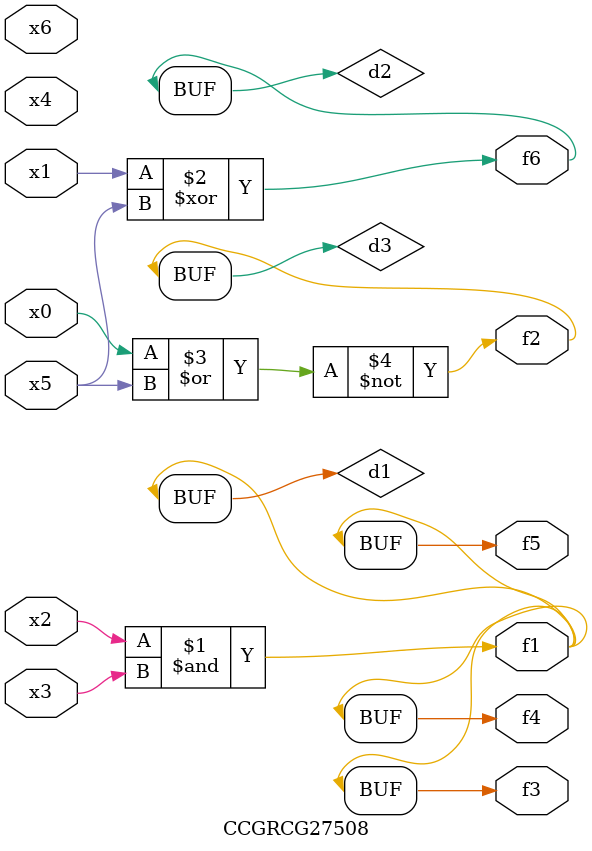
<source format=v>
module CCGRCG27508(
	input x0, x1, x2, x3, x4, x5, x6,
	output f1, f2, f3, f4, f5, f6
);

	wire d1, d2, d3;

	and (d1, x2, x3);
	xor (d2, x1, x5);
	nor (d3, x0, x5);
	assign f1 = d1;
	assign f2 = d3;
	assign f3 = d1;
	assign f4 = d1;
	assign f5 = d1;
	assign f6 = d2;
endmodule

</source>
